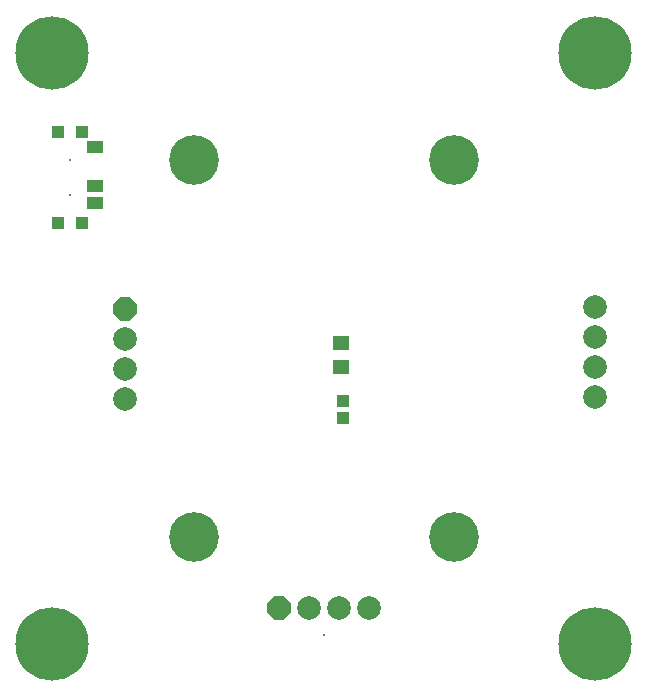
<source format=gts>
G04 Layer_Color=8388736*
%FSLAX44Y44*%
%MOMM*%
G71*
G01*
G75*
%ADD23R,1.4532X1.1032*%
%ADD24R,1.1032X1.0032*%
%ADD25R,1.0532X1.0532*%
%ADD26R,1.4532X1.2032*%
%ADD27C,6.2032*%
%ADD28C,2.0032*%
%ADD29P,2.1683X8X292.5*%
%ADD30C,0.2032*%
%ADD31P,2.1683X8X22.5*%
G04:AMPARAMS|DCode=32|XSize=0.2032mm|YSize=0.2032mm|CornerRadius=0mm|HoleSize=0mm|Usage=FLASHONLY|Rotation=0.000|XOffset=0mm|YOffset=0mm|HoleType=Round|Shape=RoundedRectangle|*
%AMROUNDEDRECTD32*
21,1,0.2032,0.2032,0,0,0.0*
21,1,0.2032,0.2032,0,0,0.0*
1,1,0.0000,0.1016,-0.1016*
1,1,0.0000,-0.1016,-0.1016*
1,1,0.0000,-0.1016,0.1016*
1,1,0.0000,0.1016,0.1016*
%
%ADD32ROUNDEDRECTD32*%
%ADD33C,4.2032*%
D23*
X81750Y470760D02*
D03*
Y437760D02*
D03*
Y422760D02*
D03*
D24*
X50000Y406260D02*
D03*
X70000D02*
D03*
X50000Y483260D02*
D03*
X70000D02*
D03*
D25*
X291160Y241470D02*
D03*
Y255470D02*
D03*
D26*
X290050Y284360D02*
D03*
Y304360D02*
D03*
D27*
X505000Y550000D02*
D03*
X45000D02*
D03*
Y50000D02*
D03*
X505000D02*
D03*
D28*
Y335400D02*
D03*
Y259200D02*
D03*
Y284600D02*
D03*
Y310000D02*
D03*
X107000Y307950D02*
D03*
Y282550D02*
D03*
Y257150D02*
D03*
X313100Y80000D02*
D03*
X287700D02*
D03*
X262300D02*
D03*
D29*
X107000Y333350D02*
D03*
D30*
X60000Y429760D02*
D03*
Y459760D02*
D03*
D31*
X236900Y80000D02*
D03*
D32*
X275000Y57200D02*
D03*
D33*
X165000Y460000D02*
D03*
Y140000D02*
D03*
X385000D02*
D03*
Y460000D02*
D03*
M02*

</source>
